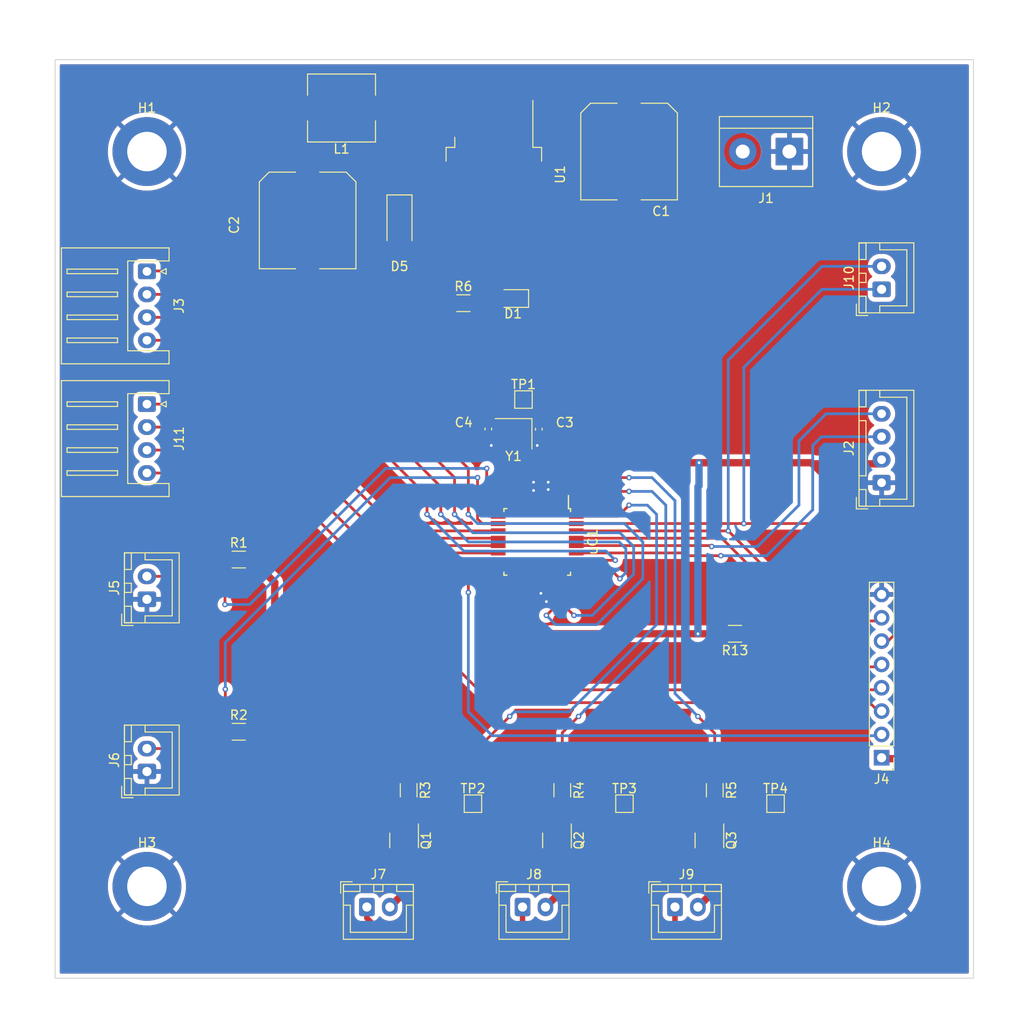
<source format=kicad_pcb>
(kicad_pcb (version 20211014) (generator pcbnew)
  (layers (0 "F.Cu" signal "Front") (1 "In1.Cu" signal) (2 "In2.Cu" signal) (31 "B.Cu" signal "Back") (34 "B.Paste" user) (35 "F.Paste" user) (36 "B.SilkS" user "B.Silkscreen") (37 "F.SilkS" user "F.Silkscreen") (38 "B.Mask" user) (39 "F.Mask" user) (44 "Edge.Cuts" user))
  (net 0 "")
  (net 1 "Net-(C3-Pad1)")
  (net 2 "GND")
  (net 3 "Net-(C4-Pad1)")
  (net 4 "Net-(D1-Pad2)")
  (net 5 "Net-(D5-Pad1)")
  (net 6 "+24V")
  (net 7 "+5V")
  (net 8 "SDA")
  (net 9 "SCL")
  (net 10 "MISO")
  (net 11 "MOSI")
  (net 12 "SCK")
  (net 13 "RST")
  (net 14 "UART TX")
  (net 15 "UART RX")
  (net 16 "Bouton1")
  (net 17 "Bouton2")
  (net 18 "Net-(J7-Pad2)")
  (net 19 "Net-(J8-Pad2)")
  (net 20 "Net-(J9-Pad2)")
  (net 21 "Net-(Q1-Pad2)")
  (net 22 "Net-(Q2-Pad2)")
  (net 23 "Net-(Q3-Pad2)")
  (net 24 "led1")
  (net 25 "led2")
  (net 26 "led3")
  (net 27 "CL0")
  (net 28 "CL1")
  (net 29 "CL2")
  (net 30 "CL3")
  (net 31 "CL4")
  (net 32 "CL5")
  (net 33 "CL6")
  (net 34 "CL7")
  (footprint "Package_TO_SOT_SMD:TO-263-5_TabPin3" (layer "F.Cu") (at 72.775 37.5 -90)
    (fp_text reference "U1" (at 0 -7.225 90) (layer "F.SilkS"))
    (fp_text value "LM2596S-5")
    (pad "1" smd rect (at -5.775 -3.4 270) (size 4.6 1.1) (layers "F.Cu" "F.Paste" "F.Mask") (net 6 "+24V"))
    (pad "2" smd rect (at -5.775 -1.7 270) (size 4.6 1.1) (layers "F.Cu" "F.Paste" "F.Mask") (net 5 "Net-(D5-Pad1)"))
    (pad "3" smd rect (at 3.375 0 270) (size 9.4 10.8) (layers "F.Cu" "F.Mask") (net 2 "GND"))
    (pad "3" smd rect (at -5.775 0 270) (size 4.6 1.1) (layers "F.Cu" "F.Paste" "F.Mask") (net 2 "GND"))
    (pad "4" smd rect (at -5.775 1.7 270) (size 4.6 1.1) (layers "F.Cu" "F.Paste" "F.Mask") (net 7 "+5V"))
    (pad "5" smd rect (at -5.775 3.4 270) (size 4.6 1.1) (layers "F.Cu" "F.Paste" "F.Mask") (net 2 "GND"))
  )
  (footprint "Connector_JST:JST_XH_B2B-XH-A_1x02_P2.50mm_Vertical" (layer "F.Cu") (at 35 83.75 90)
    (fp_text reference "J5" (at 1.25 -3.55 90) (layer "F.SilkS"))
    (fp_text value "Connecteur_bouton_1")
    (pad "1" thru_hole roundrect locked (at 0 0 90) (size 1.7 2) (drill 1) (layers *.Cu *.Mask) (roundrect_rratio 0.1470588235) (net 2 "GND"))
    (pad "2" thru_hole oval locked (at 2.5 0 90) (size 1.7 2) (drill 1) (layers *.Cu *.Mask) (net 16 "Bouton1"))
  )
  (footprint "Capacitor_SMD:C_Elec_10x10.2" (layer "F.Cu") (at 52.5 42.5 -90)
    (fp_text reference "C2" (at 0.5 8 90) (layer "F.SilkS"))
    (fp_text value "220uF")
    (pad "1" smd roundrect (at -4.4 0 270) (size 4.6 2.1) (layers "F.Cu" "F.Paste" "F.Mask") (roundrect_rratio 0.1190480952) (net 7 "+5V"))
    (pad "2" smd roundrect (at 4.4 0 270) (size 4.6 2.1) (layers "F.Cu" "F.Paste" "F.Mask") (roundrect_rratio 0.1190480952) (net 2 "GND"))
  )
  (footprint "Package_TO_SOT_SMD:SOT-23-3" (layer "F.Cu") (at 79.65 110 -90)
    (fp_text reference "Q2" (at 0 -2.4 90) (layer "F.SilkS"))
    (fp_text value "S8050")
    (pad "1" smd roundrect locked (at -1.1375 -0.95 270) (size 1.325 0.6) (layers "F.Cu" "F.Paste" "F.Mask") (net 2 "GND"))
    (pad "2" smd roundrect locked (at -1.1375 0.95 270) (size 1.325 0.6) (layers "F.Cu" "F.Paste" "F.Mask") (net 22 "Net-(Q2-Pad2)"))
    (pad "3" smd roundrect locked (at 1.1375 0 270) (size 1.325 0.6) (layers "F.Cu" "F.Paste" "F.Mask") (net 19 "Net-(J8-Pad2)"))
  )
  (footprint "Connector_JST:JST_XH_B2B-XH-A_1x02_P2.50mm_Vertical" (layer "F.Cu") (at 92.5 117.25)
    (fp_text reference "J9" (at 1.25 -3.55) (layer "F.SilkS"))
    (fp_text value "Connecteur_led_3")
    (pad "1" thru_hole roundrect (at 0 0) (size 1.7 2) (drill 1) (layers *.Cu *.Mask) (roundrect_rratio 0.1470588235) (net 6 "+24V"))
    (pad "2" thru_hole oval (at 2.5 0) (size 1.7 2) (drill 1) (layers *.Cu *.Mask) (net 20 "Net-(J9-Pad2)"))
  )
  (footprint "Capacitor_SMD:C_0402_1005Metric" (layer "F.Cu") (at 72.175 65.205 -90)
    (fp_text reference "C4" (at -0.705 2.675 180) (layer "F.SilkS"))
    (fp_text value "22p")
    (pad "1" smd roundrect (at -0.48 0 270) (size 0.56 0.62) (layers "F.Cu" "F.Paste" "F.Mask") (net 3 "Net-(C4-Pad1)"))
    (pad "2" smd roundrect (at 0.48 0 270) (size 0.56 0.62) (layers "F.Cu" "F.Paste" "F.Mask") (net 2 "GND"))
  )
  (footprint "Connector_JST:JST_XH_B4B-XH-A_1x04_P2.50mm_Vertical" (layer "F.Cu") (at 115 71.05 90)
    (fp_text reference "J2" (at 3.75 -3.55 90) (layer "F.SilkS"))
    (fp_text value "Connecteur_ecran")
    (pad "1" thru_hole roundrect (at 0 0 90) (size 1.7 1.95) (drill 0.95) (layers *.Cu *.Mask) (roundrect_rratio 0.1470588235) (net 2 "GND"))
    (pad "2" thru_hole oval (at 2.5 0 90) (size 1.7 1.95) (drill 0.95) (layers *.Cu *.Mask) (net 7 "+5V"))
    (pad "3" thru_hole oval (at 5 0 90) (size 1.7 1.95) (drill 0.95) (layers *.Cu *.Mask) (net 8 "SDA"))
    (pad "4" thru_hole oval (at 7.5 0 90) (size 1.7 1.95) (drill 0.95) (layers *.Cu *.Mask) (net 9 "SCL"))
  )
  (footprint "Connector_JST:JST_XH_S4B-XH-A_1x04_P2.50mm_Horizontal" (layer "F.Cu") (at 35 48.05 -90)
    (fp_text reference "J3" (at 3.75 -3.5 90) (layer "F.SilkS"))
    (fp_text value "Connecteur_clavier_1")
    (pad "1" thru_hole roundrect (at 0 0 270) (size 1.7 1.95) (drill 0.95) (layers *.Cu *.Mask) (roundrect_rratio 0.1470588235) (net 30 "CL3"))
    (pad "2" thru_hole oval (at 2.5 0 270) (size 1.7 1.95) (drill 0.95) (layers *.Cu *.Mask) (net 29 "CL2"))
    (pad "3" thru_hole oval (at 5 0 270) (size 1.7 1.95) (drill 0.95) (layers *.Cu *.Mask) (net 28 "CL1"))
    (pad "4" thru_hole oval (at 7.5 0 270) (size 1.7 1.95) (drill 0.95) (layers *.Cu *.Mask) (net 27 "CL0"))
  )
  (footprint "Resistor_SMD:R_1206_3216Metric" (layer "F.Cu") (at 45 98.17)
    (fp_text reference "R2" (at 0 -1.82) (layer "F.SilkS"))
    (fp_text value "10k")
    (pad "1" smd roundrect (at -1.4625 0) (size 1.125 1.75) (layers "F.Cu" "F.Paste" "F.Mask") (roundrect_rratio 0.2222222222) (net 17 "Bouton2"))
    (pad "2" smd roundrect (at 1.4625 0) (size 1.125 1.75) (layers "F.Cu" "F.Paste" "F.Mask") (roundrect_rratio 0.2222222222) (net 7 "+5V"))
  )
  (footprint "Diode_SMD:D_SOD-128" (layer "F.Cu") (at 62.5 42.8 -90)
    (fp_text reference "D5" (at 4.7 0 180) (layer "F.SilkS"))
    (fp_text value "Shottky 24 5V")
    (pad "1" smd rect (at -2.2 0 270) (size 1.4 2.1) (layers "F.Cu" "F.Paste" "F.Mask") (net 5 "Net-(D5-Pad1)"))
    (pad "2" smd rect (at 2.2 0 270) (size 1.4 2.1) (layers "F.Cu" "F.Paste" "F.Mask") (net 2 "GND"))
  )
  (footprint "Resistor_SMD:R_1206_3216Metric" (layer "F.Cu") (at 69.4625 51.51)
    (fp_text reference "R6" (at 0 -1.82) (layer "F.SilkS"))
    (fp_text value "1k")
    (pad "1" smd roundrect (at -1.4625 0) (size 1.125 1.75) (layers "F.Cu" "F.Paste" "F.Mask") (roundrect_rratio 0.2222222222) (net 7 "+5V"))
    (pad "2" smd roundrect (at 1.4625 0) (size 1.125 1.75) (layers "F.Cu" "F.Paste" "F.Mask") (roundrect_rratio 0.2222222222) (net 4 "Net-(D1-Pad2)"))
  )
  (footprint "Package_QFP:TQFP-32_7x7mm_P0.8mm" (layer "F.Cu") (at 77.5 77.5 -90)
    (fp_text reference "uC1" (at 0 -6.05 90) (layer "F.SilkS"))
    (fp_text value "ATmega328-A")
    (pad "1" smd rect (at -4.25 -2.8 270) (size 1.6 0.55) (layers "F.Cu" "F.Paste" "F.Mask") (net 25 "led2"))
    (pad "2" smd rect (at -4.25 -2 270) (size 1.6 0.55) (layers "F.Cu" "F.Paste" "F.Mask") (net 26 "led3"))
    (pad "3" smd rect (at -4.25 -1.2 270) (size 1.6 0.55) (layers "F.Cu" "F.Paste" "F.Mask") (net 2 "GND"))
    (pad "4" smd rect (at -4.25 -0.4 270) (size 1.6 0.55) (layers "F.Cu" "F.Paste" "F.Mask") (net 7 "+5V"))
    (pad "5" smd rect (at -4.25 0.4 270) (size 1.6 0.55) (layers "F.Cu" "F.Paste" "F.Mask") (net 2 "GND"))
    (pad "6" smd rect (at -4.25 1.2 270) (size 1.6 0.55) (layers "F.Cu" "F.Paste" "F.Mask") (net 7 "+5V"))
    (pad "7" smd rect (at -4.25 2 270) (size 1.6 0.55) (layers "F.Cu" "F.Paste" "F.Mask") (net 1 "Net-(C3-Pad1)"))
    (pad "8" smd rect (at -4.25 2.8 270) (size 1.6 0.55) (layers "F.Cu" "F.Paste" "F.Mask") (net 3 "Net-(C4-Pad1)"))
    (pad "9" smd rect (at -2.8 4.25) (size 1.6 0.55) (layers "F.Cu" "F.Paste" "F.Mask") (net 16 "Bouton1"))
    (pad "10" smd rect (at -2 4.25) (size 1.6 0.55) (layers "F.Cu" "F.Paste" "F.Mask") (net 17 "Bouton2"))
    (pad "11" smd rect (at -1.2 4.25) (size 1.6 0.55) (layers "F.Cu" "F.Paste" "F.Mask") (net 34 "CL7"))
    (pad "12" smd rect (at -0.4 4.25) (size 1.6 0.55) (layers "F.Cu" "F.Paste" "F.Mask") (net 33 "CL6"))
    (pad "13" smd rect (at 0.4 4.25) (size 1.6 0.55) (layers "F.Cu" "F.Paste" "F.Mask") (net 32 "CL5"))
    (pad "14" smd rect (at 1.2 4.25) (size 1.6 0.55) (layers "F.Cu" "F.Paste" "F.Mask") (net 31 "CL4"))
    (pad "15" smd rect (at 2 4.25) (size 1.6 0.55) (layers "F.Cu" "F.Paste" "F.Mask") (net 11 "MOSI"))
    (pad "16" smd rect (at 2.8 4.25) (size 1.6 0.55) (layers "F.Cu" "F.Paste" "F.Mask") (net 10 "MISO"))
    (pad "17" smd rect (at 4.25 2.8 270) (size 1.6 0.55) (layers "F.Cu" "F.Paste" "F.Mask") (net 12 "SCK"))
    (pad "18" smd rect (at 4.25 2 270) (size 1.6 0.55) (layers "F.Cu" "F.Paste" "F.Mask") (net 7 "+5V"))
    (pad "19" smd rect (at 4.25 1.2 270) (size 1.6 0.55) (layers "F.Cu" "F.Paste" "F.Mask"))
    (pad "20" smd rect (at 4.25 0.4 270) (size 1.6 0.55) (layers "F.Cu" "F.Paste" "F.Mask") (net 7 "+5V"))
    (pad "21" smd rect (at 4.25 -0.4 270) (size 1.6 0.55) (layers "F.Cu" "F.Paste" "F.Mask") (net 2 "GND"))
    (pad "22" smd rect (at 4.25 -1.2 270) (size 1.6 0.55) (layers "F.Cu" "F.Paste" "F.Mask"))
    (pad "23" smd rect (at 4.25 -2 270) (size 1.6 0.55) (layers "F.Cu" "F.Paste" "F.Mask") (net 30 "CL3"))
    (pad "24" smd rect (at 4.25 -2.8 270) (size 1.6 0.55) (layers "F.Cu" "F.Paste" "F.Mask") (net 29 "CL2"))
    (pad "25" smd rect (at 2.8 -4.25) (size 1.6 0.55) (layers "F.Cu" "F.Paste" "F.Mask") (net 28 "CL1"))
    (pad "26" smd rect (at 2 -4.25) (size 1.6 0.55) (layers "F.Cu" "F.Paste" "F.Mask") (net 27 "CL0"))
    (pad "27" smd rect (at 1.2 -4.25) (size 1.6 0.55) (layers "F.Cu" "F.Paste" "F.Mask") (net 8 "SDA"))
    (pad "28" smd rect (at 0.4 -4.25) (size 1.6 0.55) (layers "F.Cu" "F.Paste" "F.Mask") (net 9 "SCL"))
    (pad "29" smd rect (at -0.4 -4.25) (size 1.6 0.55) (layers "F.Cu" "F.Paste" "F.Mask") (net 13 "RST"))
    (pad "30" smd rect (at -1.2 -4.25) (size 1.6 0.55) (layers "F.Cu" "F.Paste" "F.Mask") (net 15 "UART RX"))
    (pad "31" smd rect (at -2 -4.25) (size 1.6 0.55) (layers "F.Cu" "F.Paste" "F.Mask") (net 14 "UART TX"))
    (pad "32" smd rect (at -2.8 -4.25) (size 1.6 0.55) (layers "F.Cu" "F.Paste" "F.Mask") (net 24 "led1"))
  )
  (footprint "Resistor_SMD:R_1206_3216Metric" (layer "F.Cu") (at 63.5 104.5375 -90)
    (fp_text reference "R3" (at 0 -1.82 90) (layer "F.SilkS"))
    (fp_text value "2k")
    (pad "1" smd roundrect (at -1.4625 0 270) (size 1.125 1.75) (layers "F.Cu" "F.Paste" "F.Mask") (roundrect_rratio 0.2222222222) (net 24 "led1"))
    (pad "2" smd roundrect (at 1.4625 0 270) (size 1.125 1.75) (layers "F.Cu" "F.Paste" "F.Mask") (roundrect_rratio 0.2222222222) (net 21 "Net-(Q1-Pad2)"))
  )
  (footprint "Inductor_SMD:L_7.3x7.3_H4.5" (layer "F.Cu") (at 56.19 30.26 180)
    (fp_text reference "L1" (at 0 -4.45) (layer "F.SilkS"))
    (fp_text value "33uH")
    (pad "1" smd rect (at -3.2 0 180) (size 1.5 2.2) (layers "F.Cu" "F.Paste" "F.Mask") (net 5 "Net-(D5-Pad1)"))
    (pad "2" smd rect (at 3.2 0 180) (size 1.5 2.2) (layers "F.Cu" "F.Paste" "F.Mask") (net 7 "+5V"))
  )
  (footprint "Resistor_SMD:R_1206_3216Metric" (layer "F.Cu") (at 96.83 104.5375 -90)
    (fp_text reference "R5" (at 0 -1.82 90) (layer "F.SilkS"))
    (fp_text value "2k")
    (pad "1" smd roundrect (at -1.4625 0 270) (size 1.125 1.75) (layers "F.Cu" "F.Paste" "F.Mask") (roundrect_rratio 0.2222222222) (net 26 "led3"))
    (pad "2" smd roundrect (at 1.4625 0 270) (size 1.125 1.75) (layers "F.Cu" "F.Paste" "F.Mask") (roundrect_rratio 0.2222222222) (net 23 "Net-(Q3-Pad2)"))
  )
  (footprint "Connector_JST:JST_XH_S4B-XH-A_1x04_P2.50mm_Horizontal" (layer "F.Cu") (at 35 62.5 -90)
    (fp_text reference "J11" (at 3.75 -3.5 90) (layer "F.SilkS"))
    (fp_text value "Connecteur_clavier_2")
    (pad "1" thru_hole roundrect (at 0 0 270) (size 1.7 1.95) (drill 0.95) (layers *.Cu *.Mask) (roundrect_rratio 0.1470588235) (net 34 "CL7"))
    (pad "2" thru_hole oval (at 2.5 0 270) (size 1.7 1.95) (drill 0.95) (layers *.Cu *.Mask) (net 33 "CL6"))
    (pad "3" thru_hole oval (at 5 0 270) (size 1.7 1.95) (drill 0.95) (layers *.Cu *.Mask) (net 32 "CL5"))
    (pad "4" thru_hole oval (at 7.5 0 270) (size 1.7 1.95) (drill 0.95) (layers *.Cu *.Mask) (net 31 "CL4"))
  )
  (footprint "TerminalBlock:TerminalBlock_bornier-2_P5.08mm" (layer "F.Cu") (at 104.96 35 180)
    (fp_text reference "J1" (at 2.54 -5.08 180) (layer "F.SilkS"))
    (fp_text value "Connecteur_Alim")
    (pad "1" thru_hole rect (at 0 0 180) (size 3 3) (drill 1.52) (layers *.Cu *.Mask) (net 2 "GND"))
    (pad "2" thru_hole circle (at 5.08 0 180) (size 3 3) (drill 1.52) (layers *.Cu *.Mask) (net 6 "+24V"))
  )
  (footprint "Capacitor_SMD:C_0402_1005Metric" (layer "F.Cu") (at 77.675 65.225 -90)
    (fp_text reference "C3" (at -0.725 -2.825 180) (layer "F.SilkS"))
    (fp_text value "22p")
    (pad "1" smd roundrect (at -0.48 0 270) (size 0.56 0.62) (layers "F.Cu" "F.Paste" "F.Mask") (net 1 "Net-(C3-Pad1)"))
    (pad "2" smd roundrect (at 0.48 0 270) (size 0.56 0.62) (layers "F.Cu" "F.Paste" "F.Mask") (net 2 "GND"))
  )
  (footprint "Connector_JST:JST_XH_B2B-XH-A_1x02_P2.50mm_Vertical" (layer "F.Cu") (at 75.9 117.25)
    (fp_text reference "J8" (at 1.25 -3.55) (layer "F.SilkS"))
    (fp_text value "Connecteur_led_2")
    (pad "1" thru_hole roundrect (at 0 0) (size 1.7 2) (drill 1) (layers *.Cu *.Mask) (roundrect_rratio 0.1470588235) (net 6 "+24V"))
    (pad "2" thru_hole oval (at 2.5 0) (size 1.7 2) (drill 1) (layers *.Cu *.Mask) (net 19 "Net-(J8-Pad2)"))
  )
  (footprint "TestPoint:TestPoint_Pad_1.5x1.5mm" (layer "F.Cu") (at 103.45 106)
    (fp_text reference "TP4" (at 0 -1.648) (layer "F.SilkS"))
    (fp_text value "TestPoint")
    (pad "1" smd rect (at 0 0) (size 1.5 1.5) (layers "F.Cu" "F.Mask") (net 23 "Net-(Q3-Pad2)"))
  )
  (footprint "MountingHole:MountingHole_4.3mm_M4_DIN965_Pad" (layer "F.Cu") (at 35 35)
    (fp_text reference "H1" (at 0 -4.75) (layer "F.SilkS"))
    (fp_text value "MountingHole_Pad" hide)
    (pad "1" thru_hole circle locked (at 0 0) (size 7.5 7.5) (drill 4.3) (layers *.Cu *.Mask) (net 2 "GND"))
  )
  (footprint "Resistor_SMD:R_1206_3216Metric" (layer "F.Cu") (at 80.23 104.5375 -90)
    (fp_text reference "R4" (at 0 -1.82 90) (layer "F.SilkS"))
    (fp_text value "2k")
    (pad "1" smd roundrect (at -1.4625 0 270) (size 1.125 1.75) (layers "F.Cu" "F.Paste" "F.Mask") (roundrect_rratio 0.2222222222) (net 25 "led2"))
    (pad "2" smd roundrect (at 1.4625 0 270) (size 1.125 1.75) (layers "F.Cu" "F.Paste" "F.Mask") (roundrect_rratio 0.2222222222) (net 22 "Net-(Q2-Pad2)"))
  )
  (footprint "Capacitor_SMD:C_Elec_10x10.2" (layer "F.Cu") (at 87.5 35 -90)
    (fp_text reference "C1" (at 6.5 -3.5 180) (layer "F.SilkS"))
    (fp_text value "680uF")
    (pad "1" smd roundrect (at -4.4 0 270) (size 4.6 2.1) (layers "F.Cu" "F.Paste" "F.Mask") (roundrect_rratio 0.1190480952) (net 6 "+24V"))
    (pad "2" smd roundrect (at 4.4 0 270) (size 4.6 2.1) (layers "F.Cu" "F.Paste" "F.Mask") (roundrect_rratio 0.1190480952) (net 2 "GND"))
  )
  (footprint "Connector_JST:JST_XH_B2B-XH-A_1x02_P2.50mm_Vertical" (layer "F.Cu") (at 115 50 90)
    (fp_text reference "J10" (at 1.25 -3.55 90) (layer "F.SilkS"))
    (fp_text value "Connecteur_communication")
    (pad "1" thru_hole roundrect (at 0 0 90) (size 1.7 2) (drill 1) (layers *.Cu *.Mask) (roundrect_rratio 0.1470588235) (net 14 "UART TX"))
    (pad "2" thru_hole oval (at 2.5 0 90) (size 1.7 2) (drill 1) (layers *.Cu *.Mask) (net 15 "UART RX"))
  )
  (footprint "Connector_JST:JST_XH_B2B-XH-A_1x02_P2.50mm_Vertical" (layer "F.Cu") (at 58.95 117.25)
    (fp_text reference "J7" (at 1.25 -3.55) (layer "F.SilkS"))
    (fp_text value "Connecteur_led_1")
    (pad "1" thru_hole roundrect (at 0 0) (size 1.7 2) (drill 1) (layers *.Cu *.Mask) (roundrect_rratio 0.1470588235) (net 6 "+24V"))
    (pad "2" thru_hole oval (at 2.5 0) (size 1.7 2) (drill 1) (layers *.Cu *.Mask) (net 18 "Net-(J7-Pad2)"))
  )
  (footprint "TestPoint:TestPoint_Pad_1.5x1.5mm" (layer "F.Cu") (at 70.5 106)
    (fp_text reference "TP2" (at 0 -1.648) (layer "F.SilkS"))
    (fp_text value "TestPoint")
    (pad "1" smd rect (at 0 0) (size 1.5 1.5) (layers "F.Cu" "F.Mask") (net 21 "Net-(Q1-Pad2)"))
  )
  (footprint "LED_SMD:LED_0805_2012Metric" (layer "F.Cu") (at 74.875 51 180)
    (fp_text reference "D1" (at 0 -1.65) (layer "F.SilkS"))
    (fp_text value "LED")
    (pad "1" smd roundrect (at -0.9375 0 180) (size 0.975 1.4) (layers "F.Cu" "F.Paste" "F.Mask") (net 2 "GND"))
    (pad "2" smd roundrect (at 0.9375 0 180) (size 0.975 1.4) (layers "F.Cu" "F.Paste" "F.Mask") (net 4 "Net-(D1-Pad2)"))
  )
  (footprint "MountingHole:MountingHole_4.3mm_M4_DIN965_Pad" (layer "F.Cu") (at 115 115)
    (fp_text reference locked "H4" (at 0 -4.75) (layer "F.SilkS"))
    (fp_text value "MountingHole_Pad" hide)
    (pad "1" thru_hole circle locked (at 0 0) (size 7.5 7.5) (drill 4.3) (layers *.Cu *.Mask) (net 2 "GND"))
  )
  (footprint "Connector_JST:JST_XH_B2B-XH-A_1x02_P2.50mm_Vertical" (layer "F.Cu") (at 35 102.5 90)
    (fp_text reference "J6" (at 1.25 -3.55 90) (layer "F.SilkS"))
    (fp_text value "Connecteur_bouton_2")
    (pad "1" thru_hole roundrect locked (at 0 0 90) (size 1.7 2) (drill 1) (layers *.Cu *.Mask) (roundrect_rratio 0.1470588235) (net 2 "GND"))
    (pad "2" thru_hole oval locked (at 2.5 0 90) (size 1.7 2) (drill 1) (layers *.Cu *.Mask) (net 17 "Bouton2"))
  )
  (footprint "Connector_PinHeader_2.54mm:PinHeader_1x08_P2.54mm_Vertical" (layer "F.Cu") (at 115 101 180)
    (fp_text reference "J4" (at 0 -2.33) (layer "F.SilkS"))
    (fp_text value "Connecteur_Prog")
    (pad "1" thru_hole rect (at 0 0 180) (size 1.7 1.7) (drill 1) (layers *.Cu *.Mask) (net 7 "+5V"))
    (pad "2" thru_hole oval (at 0 2.54 180) (size 1.7 1.7) (drill 1) (layers *.Cu *.Mask) (net 10 "MISO"))
    (pad "3" thru_hole oval (at 0 5.08 180) (size 1.7 1.7) (drill 1) (layers *.Cu *.Mask) (net 11 "MOSI"))
    (pad "4" thru_hole oval (at 0 7.62 180) (size 1.7 1.7) (drill 1) (layers *.Cu *.Mask) (net 12 "SCK"))
    (pad "5" thru_hole oval (at 0 10.16 180) (size 1.7 1.7) (drill 1) (layers *.Cu *.Mask) (net 13 "RST"))
    (pad "6" thru_hole oval (at 0 12.7 180) (size 1.7 1.7) (drill 1) (layers *.Cu *.Mask) (net 14 "UART TX"))
    (pad "7" thru_hole oval (at 0 15.24 180) (size 1.7 1.7) (drill 1) (layers *.Cu *.Mask) (net 15 "UART RX"))
    (pad "8" thru_hole oval (at 0 17.78 180) (size 1.7 1.7) (drill 1) (layers *.Cu *.Mask) (net 2 "GND"))
  )
  (footprint "Resistor_SMD:R_1206_3216Metric" (layer "F.Cu") (at 99.0375 87.5 180)
    (fp_text reference "R13" (at 0 -1.82) (layer "F.SilkS"))
    (fp_text value "100k")
    (pad "1" smd roundrect (at -1.4625 0 180) (size 1.125 1.75) (layers "F.Cu" "F.Paste" "F.Mask") (roundrect_rratio 0.2222222222) (net 13 "RST"))
    (pad "2" smd roundrect (at 1.4625 0 180) (size 1.125 1.75) (layers "F.Cu" "F.Paste" "F.Mask") (roundrect_rratio 0.2222222222) (net 7 "+5V"))
  )
  (footprint "MountingHole:MountingHole_4.3mm_M4_DIN965_Pad" (layer "F.Cu") (at 35 115)
    (fp_text reference "H3" (at 0 -4.75) (layer "F.SilkS"))
    (fp_text value "MountingHole_Pad" hide)
    (pad "1" thru_hole circle locked (at 0 0) (size 7.5 7.5) (drill 4.3) (layers *.Cu *.Mask) (net 2 "GND"))
  )
  (footprint "Crystal:Crystal_SMD_3225-4Pin_3.2x2.5mm" (layer "F.Cu") (at 74.925 65.725 180)
    (fp_text reference "Y1" (at 0 -2.45) (layer "F.SilkS"))
    (fp_text value "16MHz")
    (pad "1" smd rect (at -1.1 0.85 180) (size 1.4 1.2) (layers "F.Cu" "F.Paste" "F.Mask") (net 1 "Net-(C3-Pad1)"))
    (pad "2" smd rect (at 1.1 0.85 180) (size 1.4 1.2) (layers "F.Cu" "F.Paste" "F.Mask") (net 3 "Net-(C4-Pad1)"))
    (pad "3" smd rect (at 1.1 -0.85 180) (size 1.4 1.2) (layers "F.Cu" "F.Paste" "F.Mask"))
    (pad "4" smd rect (at -1.1 -0.85 180) (size 1.4 1.2) (layers "F.Cu" "F.Paste" "F.Mask"))
  )
  (footprint "Package_TO_SOT_SMD:SOT-23-3" (layer "F.Cu") (at 63 110 -90)
    (fp_text reference "Q1" (at 0 -2.4 90) (layer "F.SilkS"))
    (fp_text value "S8050")
    (pad "1" smd roundrect locked (at -1.1375 -0.95 270) (size 1.325 0.6) (layers "F.Cu" "F.Paste" "F.Mask") (net 2 "GND"))
    (pad "2" smd roundrect locked (at -1.1375 0.95 270) (size 1.325 0.6) (layers "F.Cu" "F.Paste" "F.Mask") (net 21 "Net-(Q1-Pad2)"))
    (pad "3" smd roundrect locked (at 1.1375 0 270) (size 1.325 0.6) (layers "F.Cu" "F.Paste" "F.Mask") (net 18 "Net-(J7-Pad2)"))
  )
  (footprint "MountingHole:MountingHole_4.3mm_M4_DIN965_Pad" (layer "F.Cu") (at 115 35)
    (fp_text reference "H2" (at 0 -4.75) (layer "F.SilkS"))
    (fp_text value "MountingHole_Pad" hide)
    (pad "1" thru_hole circle locked (at 0 0) (size 7.5 7.5) (drill 4.3) (layers *.Cu *.Mask) (net 2 "GND"))
  )
  (footprint "Resistor_SMD:R_1206_3216Metric" (layer "F.Cu") (at 45 79.42)
    (fp_text reference "R1" (at 0 -1.82) (layer "F.SilkS"))
    (fp_text value "10k")
    (pad "1" smd roundrect (at -1.4625 0) (size 1.125 1.75) (layers "F.Cu" "F.Paste" "F.Mask") (roundrect_rratio 0.2222222222) (net 16 "Bouton1"))
    (pad "2" smd roundrect (at 1.4625 0) (size 1.125 1.75) (layers "F.Cu" "F.Paste" "F.Mask") (roundrect_rratio 0.2222222222) (net 7 "+5V"))
  )
  (footprint "Package_TO_SOT_SMD:SOT-23-3" (layer "F.Cu") (at 96.25 110 -90)
    (fp_text reference "Q3" (at 0 -2.4 90) (layer "F.SilkS"))
    (fp_text value "S8050")
    (pad "1" smd roundrect locked (at -1.1375 -0.95 270) (size 1.325 0.6) (layers "F.Cu" "F.Paste" "F.Mask") (net 2 "GND"))
    (pad "2" smd roundrect locked (at -1.1375 0.95 270) (size 1.325 0.6) (layers "F.Cu" "F.Paste" "F.Mask") (net 23 "Net-(Q3-Pad2)"))
    (pad "3" smd roundrect locked (at 1.1375 0 270) (size 1.325 0.6) (layers "F.Cu" "F.Paste" "F.Mask") (net 20 "Net-(J9-Pad2)"))
  )
  (footprint "TestPoint:TestPoint_Pad_1.5x1.5mm" (layer "F.Cu") (at 76 62)
    (fp_text reference "TP1" (at 0 -1.648) (layer "F.SilkS"))
    (fp_text value "TestPoint")
    (pad "1" smd rect (at 0 0) (size 1.5 1.5) (layers "F.Cu" "F.Mask") (net 1 "Net-(C3-Pad1)"))
  )
  (footprint "TestPoint:TestPoint_Pad_1.5x1.5mm" (layer "F.Cu") (at 87 106)
    (fp_text reference "TP3" (at 0 -1.648) (layer "F.SilkS"))
    (fp_text value "TestPoint")
    (pad "1" smd rect (at 0 0) (size 1.5 1.5) (layers "F.Cu" "F.Mask") (net 22 "Net-(Q2-Pad2)"))
  )
  (gr_rect locked (start 25 25) (end 125 125) (layer "Edge.Cuts") (width 0.1) (fill none))
  (segment (start 77.675 64.745) (end 78.745 64.745) (width 0.3) (layer "F.Cu") (net 1))
  (segment (start 76.25 68.5) (end 75.5 69.25) (width 0.3) (layer "F.Cu") (net 1))
  (segment (start 77 68.5) (end 76.25 68.5) (width 0.3) (layer "F.Cu") (net 1))
  (segment (start 78.745 64.745) (end 79 65) (width 0.3) (layer "F.Cu") (net 1))
  (segment (start 75.5 69.25) (end 75.5 73.25) (width 0.3) (layer "F.Cu") (net 1))
  (segment (start 77.675 64.745) (end 76.205 64.745) (width 0.3) (layer "F.Cu") (net 1))
  (segment (start 79 66.5) (end 77 68.5) (width 0.3) (layer "F.Cu") (net 1))
  (segment (start 76.205 64.745) (end 76 64.95) (width 0.3) (layer "F.Cu") (net 1))
  (segment (start 79 65) (end 79 66.5) (width 0.3) (layer "F.Cu") (net 1))
  (segment (start 76 62) (end 76 64.95) (width 0.3) (layer "F.Cu") (net 1))
  (segment (start 78.7 73.25) (end 78.7 71.8) (width 0.6) (layer "F.Cu") (net 2))
  (segment (start 77.1 73.25) (end 77.1 71.9) (width 0.6) (layer "F.Cu") (net 2))
  (segment (start 77.9 83.4) (end 78.5 84) (width 0.6) (layer "F.Cu") (net 2))
  (segment (start 77.9 83.1) (end 77.9 83.4) (width 0.6) (layer "F.Cu") (net 2))
  (segment (start 78.7 71.8) (end 78.7 71) (width 0.6) (layer "F.Cu") (net 2))
  (segment (start 77.1 71.9) (end 77.1 71) (width 0.6) (layer "F.Cu") (net 2))
  (segment (start 77.9 81.75) (end 77.9 83.1) (width 0.6) (layer "F.Cu") (net 2))
  (via (at 77.9 83.1) (size 0.6) (drill 0.3) (layers "F.Cu" "B.Cu") (net 2))
  (via (at 78.5 84) (size 0.6) (drill 0.3) (layers "F.Cu" "B.Cu") (net 2))
  (via (at 77.1 71.9) (size 0.6) (drill 0.3) (layers "F.Cu" "B.Cu") (net 2))
  (via (at 77.1 71) (size 0.6) (drill 0.3) (layers "F.Cu" "B.Cu") (net 2))
  (via (at 78.7 71) (size 0.6) (drill 0.3) (layers "F.Cu" "B.Cu") (net 2))
  (via (at 78.7 71.8) (size 0.6) (drill 0.3) (layers "F.Cu" "B.Cu") (net 2))
  (via (at 72.5 67) (size 0.6) (drill 0.3) (layers "F.Cu" "B.Cu") (net 2))
  (via (at 77.5 67) (size 0.6) (drill 0.3) (layers "F.Cu" "B.Cu") (net 2))
  (segment (start 73.625 64.725) (end 73.85 64.95) (width 0.3) (layer "F.Cu") (net 3))
  (segment (start 73 68.5) (end 74 68.5) (width 0.3) (layer "F.Cu") (net 3))
  (segment (start 71.275 64.725) (end 71 65) (width 0.3) (layer "F.Cu") (net 3))
  (segment (start 74.7 69.2) (end 74.7 73.25) (width 0.3) (layer "F.Cu") (net 3))
  (segment (start 72.175 64.725) (end 71.275 64.725) (width 0.3) (layer "F.Cu") (net 3))
  (segment (start 71 66.5) (end 73 68.5) (width 0.3) (layer "F.Cu") (net 3))
  (segment (start 74 68.5) (end 74.7 69.2) (width 0.3) (layer "F.Cu") (net 3))
  (segment (start 72.175 64.725) (end 73.625 64.725) (width 0.3) (layer "F.Cu") (net 3))
  (segment (start 71 65) (end 71 66.5) (width 0.3) (layer "F.Cu") (net 3))
  (segment (start 70.925 51.51) (end 71.435 51) (width 0.3) (layer "F.Cu") (net 4))
  (segment (start 71.435 51) (end 73.9375 51) (width 0.3) (layer "F.Cu") (net 4))
  (segment (start 62.15 27.5) (end 59.39 30.26) (width 0.8) (layer "F.Cu") (net 5))
  (segment (start 74.475 28.625) (end 73.35 27.5) (width 0.8) (layer "F.Cu") (net 5))
  (segment (start 59.39 34.77) (end 62.5 37.88) (width 0.8) (layer "F.Cu") (net 5))
  (segment (start 62.5 37.88) (end 62.5 40.6) (width 0.8) (layer "F.Cu") (net 5))
  (segment (start 74.475 31.725) (end 74.475 28.625) (width 0.8) (layer "F.Cu") (net 5))
  (segment (start 73.35 27.5) (end 62.15 27.5) (width 0.8) (layer "F.Cu") (net 5))
  (segment (start 59.39 30.26) (end 59.39 34.77) (width 0.8) (layer "F.Cu") (net 5))
  (segment (start 91.9 35) (end 87.5 30.6) (width 4) (layer "F.Cu") (net 6))
  (segment (start 58.95 118.45) (end 61 120.5) (width 0.6) (layer "F.Cu") (net 6))
  (segment (start 75.9 117.25) (end 75.9 120.4) (width 0.6) (layer "F.Cu") (net 6))
  (segment (start 99.88 35) (end 91.9 35) (width 4) (layer "F.Cu") (net 6))
  (segment (start 99.88 29.62) (end 99.88 35) (width 0.6) (layer "F.Cu") (net 6))
  (segment (start 92.5 117.25) (end 92.5 120.5) (width 0.6) (layer "F.Cu") (net 6))
  (segment (start 58.95 117.25) (end 58.95 118.45) (width 0.6) (layer "F.Cu") (net 6))
  (segment (start 118.5 27.5) (end 102 27.5) (width 0.6) (layer "F.Cu") (net 6))
  (segment (start 121.5 30.5) (end 118.5 27.5) (width 0.6) (layer "F.Cu") (net 6))
  (segment (start 75.9 120.4) (end 76 120.5) (width 0.6) (layer "F.Cu") (net 6))
  (segment (start 92.5 120.5) (end 119 120.5) (width 0.6) (layer "F.Cu") (net 6))
  (segment (start 77.3 30.6) (end 77.225 30.675) (width 4) (layer "F.Cu") (net 6))
  (segment (start 77.225 30.675) (end 77.225 31.725) (width 4) (layer "F.Cu") (net 6))
  (segment (start 102 27.5) (end 99.88 29.62) (width 0.6) (layer "F.Cu") (net 6))
  (segment (start 119 120.5) (end 121.5 118) (width 0.6) (layer "F.Cu") (net 6))
  (segment (start 61 120.5) (end 76 120.5) (width 0.6) (layer "F.Cu") (net 6))
  (segment (start 121.5 118) (end 121.5 30.5) (width 0.6) (layer "F.Cu") (net 6))
  (segment (start 76 120.5) (end 92.5 120.5) (width 0.6) (layer "F.Cu") (net 6))
  (segment (start 87.5 30.6) (end 77.3 30.6) (width 4) (layer "F.Cu") (net 6))
  (segment (start 114.55 69) (end 107.5 69) (width 0.8) (layer "F.Cu") (net 7))
  (segment (start 86.38 68.88) (end 86.88 68.88) (width 0.8) (layer "F.Cu") (net 7))
  (segment (start 43.5 75) (end 46.4625 77.9625) (width 0.8) (layer "F.Cu") (net 7))
  (segment (start 46.4625 79.42) (end 46.4625 79.4625) (width 0.8) (layer "F.Cu") (net 7))
  (segment (start 77.9 70.1) (end 78 70) (width 0.6) (layer "F.Cu") (net 7))
  (segment (start 68.225 28.825) (end 70.525 28.825) (width 0.8) (layer "F.Cu") (net 7))
  (segment (start 77.1 82.9) (end 76 84) (width 0.6) (layer "F.Cu") (net 7))
  (segment (start 66 49.51) (end 68 51.51) (width 0.8) (layer "F.Cu") (net 7))
  (segment (start 76.3 73.25) (end 76.3 70.2) (width 0.6) (layer "F.Cu") (net 7))
  (segment (start 84.5 60) (end 84.5 67) (width 0.8) (layer "F.Cu") (net 7))
  (segment (start 82.62 68.88) (end 79.12 68.88) (width 0.8) (layer "F.Cu") (net 7))
  (segment (start 68 51.51) (end 68 54.5) (width 0.8) (layer "F.Cu") (net 7))
  (segment (start 46.4625 79.4625) (end 48.92 81.92) (width 0.8) (layer "F.Cu") (net 7))
  (segment (start 119.5 81) (end 112 73.5) (width 0.8) (layer "F.Cu") (net 7))
  (segment (start 86.88 68.88) (end 82.62 68.88) (width 0.8) (layer "F.Cu") (net 7))
  (segment (start 70.525 28.825) (end 71.075 29.375) (width 0.8) (layer "F.Cu") (net 7))
  (segment (start 95.12 68.88) (end 86.88 68.88) (width 0.8) (layer "F.Cu") (net 7))
  (segment (start 52.5 41) (end 61 49.5) (width 0.8) (layer "F.Cu") (net 7))
  (segment (start 107.38 68.88) (end 95.12 68.88) (width 0.8) (layer "F.Cu") (net 7))
  (segment (start 29 73) (end 31 75) (width 0.8) (layer "F.Cu") (net 7))
  (segment (start 52.99 30.26) (end 52.99 37.61) (width 0.8) (layer "F.Cu") (net 7))
  (segment (start 112 73.5) (end 107.38 68.88) (width 0.8) (layer "F.Cu") (net 7))
  (segment (start 107.5 69) (end 107.38 68.88) (width 0.8) (layer "F.Cu") (net 7))
  (segment (start 75.5 81.75) (end 75.5 83.5) (width 0.6) (layer "F.Cu") (net 7))
  (segment (start 115 68.55) (end 114.55 69) (width 0.8) (layer "F.Cu") (net 7))
  (segment (start 76.3 70.2) (end 76.5 70) (width 0.6) (layer "F.Cu") (net 7))
  (segment (start 76 84) (end 76 86.5) (width 0.8) (layer "F.Cu") (net 7))
  (segment (start 77.1 81.75) (end 77.1 82.9) (width 0.6) (layer "F.Cu") (net 7))
  (segment (start 77.9 73.25) (end 77.9 70.1) (width 0.6) (layer "F.Cu") (net 7))
  (segment (start 68 54.5) (end 70.5 57) (width 0.8) (layer "F.Cu") (net 7))
  (segment (start 46.4625 77.9625) (end 46.4625 79.42) (width 0.8) (layer "F.Cu") (net 7))
  (segment (start 52.5 38.1) (end 41.4 38.1) (width 0.8) (layer "F.Cu") (net 7))
  (segment (start 95 87.5) (end 97.575 87.5) (width 0.8) (layer "F.Cu") (net 7))
  (segment (start 114.8 101.1) (end 117.4 101.1) (width 0.8) (layer "F.Cu") (net 7))
  (segment (start 81.5 57) (end 84.5 60) (width 0.8) (layer "F.Cu") (net 7))
  (segment (start 66 42.5) (end 66 31.05) (width 0.8) (layer "F.Cu") (net 7))
  (segment (start 66 42.5) (end 66 49.51) (width 0.8) (layer "F.Cu") (net 7))
  (segment (start 117.4 101.1) (end 119.5 99) (width 0.8) (layer "F.Cu") (net 7))
  (segment (start 84.5 67) (end 86.38 68.88) (width 0.8) (layer "F.Cu") (net 7))
  (segment (start 75.5 83.5) (end 76 84) (width 0.6) (layer "F.Cu") (net 7))
  (segment (start 29 43.5) (end 29 73) (width 0.8) (layer "F.Cu") (net 7))
  (segment (start 37.5 42) (end 30.5 42) (width 0.8) (layer "F.Cu") (net 7))
  (segment (start 78 70) (end 76.5 70) (width 0.8) (layer "F.Cu") (net 7))
  (segment (start 31 75) (end 43.5 75) (width 0.8) (layer "F.Cu") (net 7))
  (segment (start 66 31.05) (end 68.225 28.825) (width 0.8) (layer "F.Cu") (net 7))
  (segment (start 66 49.5) (end 66 42.5) (width 0.8) (layer "F.Cu") (net 7))
  (segment (start 119.5 99) (end 119.5 81) (width 0.8) (layer "F.Cu") (net 7))
  (segment (start 52.99 37.61) (end 52.5 38.1) (width 0.8) (layer "F.Cu") (net 7))
  (segment (start 48.92 95.7125) (end 48.92 81.92) (width 0.8) (layer "F.Cu") (net 7))
  (segment (start 52.5 38.1) (end 52.5 41) (width 0.8) (layer "F.Cu") (net 7))
  (segment (start 76 86.5) (end 77 87.5) (width 0.8) (layer "F.Cu") (net 7))
  (segment (start 46.4625 98.17) (end 48.92 95.7125) (width 0.8) (layer "F.Cu") (net 7))
  (segment (start 77 87.5) (end 95 87.5) (width 0.8) (layer "F.Cu") (net 7))
  (segment (start 30.5 42) (end 29 43.5) (width 0.8) (layer "F.Cu") (net 7))
  (segment (start 41.4 38.1) (end 37.5 42) (width 0.8) (layer "F.Cu") (net 7))
  (segment (start 71.075 29.375) (end 71.075 31.725) (width 0.8) (layer "F.Cu") (net 7))
  (segment (start 79.12 68.88) (end 78 70) (width 0.8) (layer "F.Cu") (net 7))
  (segment (start 70.5 57) (end 81.5 57) (width 0.8) (layer "F.Cu") (net 7))
  (segment (start 61 49.5) (end 66 49.5) (width 0.8) (layer "F.Cu") (net 7))
  (via (at 95.12 68.88) (size 0.6) (drill 0.3) (layers "F.Cu" "B.Cu") (net 7))
  (via (at 95 87.5) (size 0.6) (drill 0.3) (layers "F.Cu" "B.Cu") (net 7))
  (segment (start 95 71.5) (end 95 87.5) (width 0.8) (layer "B.Cu") (net 7))
  (segment (start 95.12 68.88) (end 95.12 71.38) (width 0.8) (layer "B.Cu") (net 7))
  (segment (start 95.12 71.38) (end 95 71.5) (width 0.8) (layer "B.Cu") (net 7))
  (segment (start 97.5 79) (end 94 79) (width 0.3) (layer "F.Cu") (net 8))
  (segment (start 94 79) (end 93.7 78.7) (width 0.3) (layer "F.Cu") (net 8))
  (segment (start 93.7 78.7) (end 81.75 78.7) (width 0.3) (layer "F.Cu") (net 8))
  (via (at 97.5 79) (size 0.6) (drill 0.3) (layers "F.Cu" "B.Cu") (net 8))
  (segment (start 108.45 66.05) (end 115 66.05) (width 0.3) (layer "B.Cu") (net 8))
  (segment (start 107.5 74) (end 107.5 67) (width 0.3) (layer "B.Cu") (net 8))
  (segment (start 97.5 79) (end 102.5 79) (width 0.3) (layer "B.Cu") (net 8))
  (segment (start 102.5 79) (end 107.5 74) (width 0.3) (layer "B.Cu") (net 8))
  (segment (start 107.5 67) (end 108.45 66.05) (width 0.3) (layer "B.Cu") (net 8))
  (segment (start 96.4 77.9) (end 81.75 77.9) (width 0.3) (layer "F.Cu") (net 9))
  (segment (start 96.5 78) (end 96.4 77.9) (width 0.3) (layer "F.Cu") (net 9))
  (via (at 96.5 78) (size 0.6) (drill 0.3) (layers "F.Cu" "B.Cu") (net 9))
  (segment (start 96.5 78) (end 101.5 78) (width 0.3) (layer "B.Cu") (net 9))
  (segment (start 106 66.5) (end 108.95 63.55) (width 0.3) (layer "B.Cu") (net 9))
  (segment (start 101.5 78) (end 106 73.5) (width 0.3) (layer "B.Cu") (net 9))
  (segment (start 106 73.5) (end 106 66.5) (width 0.3) (layer "B.Cu") (net 9))
  (segment (start 108.95 63.55) (end 115 63.55) (width 0.3) (layer "B.Cu") (net 9))
  (segment (start 71 80.5) (end 70 81.5) (width 0.3) (layer "F.Cu") (net 10))
  (segment (start 70 81.5) (end 70 83) (width 0.3) (layer "F.Cu") (net 10))
  (segment (start 71.2 80.3) (end 71 80.5) (width 0.3) (layer "F.Cu") (net 10))
  (segment (start 73.25 80.3) (end 71.2 80.3) (width 0.3) (layer "F.Cu") (net 10))
  (via (at 70 83) (size 0.6) (drill 0.3) (layers "F.Cu" "B.Cu") (net 10))
  (segment (start 70 96) (end 72.6 98.6) (width 0.3) (layer "B.Cu") (net 10))
  (segment (start 72.6 98.6) (end 114.8 98.6) (width 0.3) (layer "B.Cu") (net 10))
  (segment (start 70 83) (end 70 96) (width 0.3) (layer "B.Cu") (net 10))
  (segment (start 68.5 81) (end 70 79.5) (width 0.3) (layer "F.Cu") (net 11))
  (segment (start 114.8 96.1) (end 113.7 95) (width 0.3) (layer "F.Cu") (net 11))
  (segment (start 113.7 95) (end 72.5 95) (width 0.3) (layer "F.Cu") (net 11))
  (segment (start 72.5 95) (end 68.5 91) (width 0.3) (layer "F.Cu") (net 11))
  (segment (start 70 79.5) (end 73.25 79.5) (width 0.3) (layer "F.Cu") (net 11))
  (segment (start 68.5 91) (end 68.5 81) (width 0.3) (layer "F.Cu") (net 11))
  (segment (start 114.8 93.6) (end 79.6 93.6) (width 0.3) (layer "F.Cu") (net 12))
  (segment (start 74.7 88.7) (end 74.7 81.75) (width 0.3) (layer "F.Cu") (net 12))
  (segment (start 79.6 93.6) (end 74.7 88.7) (width 0.3) (layer "F.Cu") (net 12))
  (segment (start 93.1 77.1) (end 81.75 77.1) (width 0.3) (layer "F.Cu") (net 13))
  (segment (start 111.6 91.1) (end 108 87.5) (width 0.3) (layer "F.Cu") (net 13))
  (segment (start 93.4 77.1) (end 93.1 77.1) (width 0.3) (layer "F.Cu") (net 13))
  (segment (start 108 87.5) (end 97.6 77.1) (width 0.3) (layer "F.Cu") (net 13))
  (segment (start 114.8 91.1) (end 111.6 91.1) (width 0.3) (layer "F.Cu") (net 13))
  (segment (start 97.6 77.1) (end 93.6 77.1) (width 0.3) (layer "F.Cu") (net 13))
  (segment (start 93.6 77.1) (end 93.4 77.1) (width 0.3) (layer "F.Cu") (net 13))
  (segment (start 100.5 87.5) (end 108 87.5) (width 0.3) (layer "F.Cu") (net 13))
  (segment (start 115.4 88.6) (end 114.8 88.6) (width 0.3) (layer "F.Cu") (net 14))
  (segment (start 100 75.5) (end 81.75 75.5) (width 0.3) (layer "F.Cu") (net 14))
  (segment (start 117.5 86.5) (end 115.4 88.6) (width 0.3) (layer "F.Cu") (net 14))
  (segment (start 117.5 81) (end 117.5 86.5) (width 0.3) (layer "F.Cu") (net 14))
  (segment (start 100 75.5) (end 112 75.5) (width 0.3) (layer "F.Cu") (net 14))
  (segment (start 112 75.5) (end 117.5 81) (width 0.3) (layer "F.Cu") (net 14))
  (via (at 100 75.5) (size 0.6) (drill 0.3) (layers "F.Cu" "B.Cu") (net 14))
  (segment (start 100 58.5) (end 100 75.5) (width 0.3) (layer "B.Cu") (net 14))
  (segment (start 115 50) (end 108.5 50) (width 0.3) (layer "B.Cu") (net 14))
  (segment (start 108.5 50) (end 100 58.5) (width 0.3) (layer "B.Cu") (net 14))
  (segment (start 114.8 86.1) (end 108.1 86.1) (width 0.3) (layer "F.Cu") (net 15))
  (segment (start 98.3 76.3) (end 81.75 76.3) (width 0.3) (layer "F.Cu") (net 15))
  (segment (start 108.1 86.1) (end 98.3 76.3) (width 0.3) (layer "F.Cu") (net 15))
  (via (at 98.3 76.3) (size 0.6) (drill 0.3) (layers "F.Cu" "B.Cu") (net 15))
  (segment (start 108.5 47.5) (end 98.3 57.7) (width 0.3) (layer "B.Cu") (net 15))
  (segment (start 98.3 57.7) (end 98.3 76.3) (width 0.3) (layer "B.Cu") (net 15))
  (segment (start 115 47.5) (end 108.5 47.5) (width 0.3) (layer "B.Cu") (net 15))
  (segment (start 43.5375 79.42) (end 41.7075 81.25) (width 0.3) (layer "F.Cu") (net 16))
  (segment (start 72 74.5) (end 72.2 74.7) (width 0.3) (layer "F.Cu") (net 16))
  (segment (start 43.5 84.31625) (end 43.5 79.68375) (width 0.3) (layer "F.Cu") (net 16))
  (segment (start 41.7075 81.25) (end 35 81.25) (width 0.3) (layer "F.Cu") (net 16))
  (segment (start 72 69.5) (end 72 74.5) (width 0.3) (layer "F.Cu") (net 16))
  (segment (start 72.2 74.7) (end 73.25 74.7) (width 0.3) (layer "F.Cu") (net 16))
  (via (at 43.5 84.31625) (size 0.6) (drill 0.3) (layers "F.Cu" "B.Cu") (net 16))
  (via (at 72 69.5) (size 0.6) (drill 0.3) (layers "F.Cu" "B.Cu") (net 16))
  (segment (start 46.18375 84.31625) (end 61 69.5) (width 0.3) (layer "B.Cu") (net 16))
  (segment (start 61 69.5) (end 72 69.5) (width 0.3) (layer "B.Cu") (net 16))
  (segment (start 43.5 84.31625) (end 46.18375 84.31625) (width 0.3) (layer "B.Cu") (net 16))
  (segment (start 43.5375 98.17) (end 41.7075 100) (width 0.3) (layer "F.Cu") (net 17))
  (segment (start 43.5375 98.17) (end 43.5375 93.5375) (width 0.3) (layer "F.Cu") (net 17))
  (segment (start 41.7075 100) (end 35 100) (width 0.3) (layer "F.Cu") (net 17))
  (segment (start 71 75) (end 71 70.5) (width 0.3) (layer "F.Cu") (net 17))
  (segment (start 73.25 75.5) (end 71.5 75.5) (width 0.3) (layer "F.Cu") (net 17))
  (segment (start 71.5 75.5) (end 71 75) (width 0.3) (layer "F.Cu") (net 17))
  (via (at 71 70.5) (size 0.6) (drill 0.3) (layers "F.Cu" "B.Cu") (net 17))
  (via (at 43.5375 93.5375) (size 0.6) (drill 0.3) (layers "F.Cu" "B.Cu") (net 17))
  (segment (start 43.5375 88.4625) (end 61.5 70.5) (width 0.3) (layer "B.Cu") (net 17))
  (segment (start 43.5375 93.5375) (end 43.5375 88.4625) (width 0.3) (layer "B.Cu") (net 17))
  (segment (start 61.5 70.5) (end 71 70.5) (width 0.3) (layer "B.Cu") (net 17))
  (segment (start 63 115.7) (end 61.45 117.25) (width 0.8) (layer "F.Cu") (net 18))
  (segment (start 63 111.1375) (end 63 115.7) (width 0.8) (layer "F.Cu") (net 18))
  (segment (start 79.65 116) (end 78.4 117.25) (width 0.8) (layer "F.Cu") (net 19))
  (segment (start 79.65 111.1375) (end 79.65 116) (width 0.8) (layer "F.Cu") (net 19))
  (segment (start 96.25 116) (end 95 117.25) (width 0.8) (layer "F.Cu") (net 20))
  (segment (start 96.25 111.1375) (end 96.25 116) (width 0.8) (layer "F.Cu") (net 20))
  (segment (start 62.05 107.45) (end 62.05 108.8625) (width 0.3) (layer "F.Cu") (net 21))
  (segment (start 63.5 106) (end 62.05 107.45) (width 0.3) (layer "F.Cu") (net 21))
  (segment (start 70.5 106) (end 63.5 106) (width 0.3) (layer "F.Cu") (net 21))
  (segment (start 87 106) (end 80.23 106) (width 0.3) (layer "F.Cu") (net 22))
  (segment (start 80.23 106) (end 78.7 107.53) (width 0.3) (layer "F.Cu") (net 22))
  (segment (start 78.7 107.53) (end 78.7 108.8625) (width 0.3) (layer "F.Cu") (net 22))
  (segment (start 95.3 107.53) (end 95.3 108.8625) (width 0.3) (layer "F.Cu") (net 23))
  (segment (start 103.45 106) (end 96.83 106) (width 0.3) (layer "F.Cu") (net 23))
  (segment (start 96.83 106) (end 95.3 107.53) (width 0.3) (layer "F.Cu") (net 23))
  (segment (start 86.3 74.7) (end 87.5 73.5) (width 0.3) (layer "F.Cu") (net 24))
  (segment (start 63.5 103.075) (end 67.925 103.075) (width 0.3) (layer "F.Cu") (net 24))
  (segment (start 67.925 103.075) (end 74.5 96.5) (width 0.3) (layer "F.Cu") (net 24))
  (segment (start 81.75 74.7) (end 86.3 74.7) (width 0.3) (layer "F.Cu") (net 24))
  (via (at 87.5 73.5) (size 0.6) (drill 0.3) (layers "F.Cu" "B.Cu") (net 24))
  (via (at 74.5 96.5) (size 0.6) (drill 0.3) (layers "F.Cu" "B.Cu") (net 24))
  (segment (start 90.5 86.5) (end 90.5 74.5) (width 0.3) (layer "B.Cu") (net 24))
  (segment (start 74.5 96.5) (end 75 96) (width 0.3) (layer "B.Cu") (net 24))
  (segment (start 75 96) (end 81 96) (width 0.3) (layer "B.Cu") (net 24))
  (segment (start 90.5 74.5) (end 89.5 73.5) (width 0.3) (layer "B.Cu") (net 24))
  (segment (start 81 96) (end 90.5 86.5) (width 0.3) (layer "B.Cu") (net 24))
  (segment (start 89.5 73.5) (end 87.5 73.5) (width 0.3) (layer "B.Cu") (net 24))
  (segment (start 80.23 103.075) (end 80.23 98.27) (width 0.3) (layer "F.Cu") (net 25))
  (segment (start 80.5 73.05) (end 80.5 72) (width 0.3) (layer "F.Cu") (net 25))
  (segment (start 80.5 72) (end 87.5 72) (width 0.3) (layer "F.Cu") (net 25))
  (segment (start 80.23 98.27) (end 82 96.5) (width 0.3) (layer "F.Cu") (net 25))
  (segment (start 80.3 73.25) (end 80.5 73.05) (width 0.3) (layer "F.Cu") (net 25))
  (via (at 82 96.5) (size 0.6) (drill 0.3) (layers "F.Cu" "B.Cu") (net 25))
  (via (at 87.5 72) (size 0.6) (drill 0.3) (layers "F.Cu" "B.Cu") (net 25))
  (segment (start 90 72) (end 87.5 72) (width 0.3) (layer "B.Cu") (net 25))
  (segment (start 91.5 73.5) (end 90 72) (width 0.3) (layer "B.Cu") (net 25))
  (segment (start 91.5 87) (end 91.5 73.5) (width 0.3) (layer "B.Cu") (net 25))
  (segment (start 82 96.5) (end 91.5 87) (width 0.3) (layer "B.Cu") (net 25))
  (segment (start 79.5 71.5) (end 80.5 70.5) (width 0.3) (layer "F.Cu") (net 26))
  (segment (start 80.5 70.5) (end 87.5 70.5) (width 0.3) (layer "F.Cu") (net 26))
  (segment (start 96.83 98.33) (end 95 96.5) (width 0.3) (layer "F.Cu") (net 26))
  (segment (start 79.5 73.25) (end 79.5 71.5) (width 0.3) (layer "F.Cu") (net 26))
  (segment (start 96.83 103.075) (end 96.83 98.33) (width 0.3) (layer "F.Cu") (net 26))
  (via (at 87.5 70.5) (size 0.6) (drill 0.3) (layers "F.Cu" "B.Cu") (net 26))
  (via (at 95 96.5) (size 0.6) (drill 0.3) (layers "F.Cu" "B.Cu") (net 26))
  (segment (start 90 70.5) (end 87.5 70.5) (width 0.3) (layer "B.Cu") (net 26))
  (segment (start 92.5 73) (end 90 70.5) (width 0.3) (layer "B.Cu") (net 26))
  (segment (start 92.5 94) (end 92.5 73) (width 0.3) (layer "B.Cu") (net 26))
  (segment (start 95 96.5) (end 92.5 94) (width 0.3) (layer "B.Cu") (net 26))
  (segment (start 65.5 72.5) (end 48.55 55.55) (width 0.3) (layer "F.Cu") (net 27))
  (segment (start 86 79.5) (end 81.75 79.5) (width 0.3) (layer "F.Cu") (net 27))
  (segment (start 65.5 74.5) (end 65.5 72.5) (width 0.3) (layer "F.Cu") (net 27))
  (segment (start 48.55 55.55) (end 35 55.55) (width 0.3) (layer "F.Cu") (net 27))
  (via (at 86 79.5) (size 0.6) (drill 0.3) (layers "F.Cu" "B.Cu") (net 27))
  (via (at 65.5 74.5) (size 0.6) (drill 0.3) (layers "F.Cu" "B.Cu") (net 27))
  (segment (start 86 79.5) (end 85 78.5) (width 0.3) (layer "B.Cu") (net 27))
  (segment (start 69.5 78.5) (end 65.5 74.5) (width 0.3) (layer "B.Cu") (net 27))
  (segment (start 85 78.5) (end 69.5 78.5) (width 0.3) (layer "B.Cu") (net 27))
  (segment (start 85.3 80.3) (end 86.5 81.5) (width 0.3) (layer "F.Cu") (net 28))
  (segment (start 67 71.5) (end 48.55 53.05) (width 0.3) (layer "F.Cu") (net 28))
  (segment (start 67 74.5) (end 67 71.5) (width 0.3) (layer "F.Cu") (net 28))
  (segment (start 48.55 53.05) (end 35 53.05) (width 0.3) (layer "F.Cu") (net 28))
  (segment (start 81.75 80.3) (end 85.3 80.3) (width 0.3) (layer "F.Cu") (net 28))
  (via (at 67 74.5) (size 0.6) (drill 0.3) (layers "F.Cu" "B.Cu") (net 28))
  (via (at 86.5 81.5) (size 0.6) (drill 0.3) (layers "F.Cu" "B.Cu") (net 28))
  (segment (start 87.15 78.230761) (end 86.419239 77.5) (width 0.3) (layer "B.Cu") (net 28))
  (segment (start 86.419239 77.5) (end 70 77.5) (width 0.3) (layer "B.Cu") (net 28))
  (segment (start 86.5 81.5) (end 87.15 80.85) (width 0.3) (layer "B.Cu") (net 28))
  (segment (start 70 77.5) (end 67 74.5) (width 0.3) (layer "B.Cu") (net 28))
  (segment (start 87.15 80.85) (end 87.15 78.230761) (width 0.3) (layer "B.Cu") (net 28))
  (segment (start 48.55 50.55) (end 35 50.55) (width 0.3) (layer "F.Cu") (net 29))
  (segment (start 80.3 81.75) (end 80.3 84.3) (width 0.3) (layer "F.Cu") (net 29))
  (segment (start 68.5 74.5) (end 68.5 70.5) (width 0.3) (layer "F.Cu") (net 29))
  (segment (start 80.3 84.3) (end 81.5 85.5) (width 0.3) (layer "F.Cu") (net 29))
  (segment (start 68.5 70.5) (end 48.55 50.55) (width 0.3) (layer "F.Cu") (net 29))
  (via (at 68.5 74.5) (size 0.6) (drill 0.3) (layers "F.Cu" "B.Cu") (net 29))
  (via (at 81.5 85.5) (size 0.6) (drill 0.3) (layers "F.Cu" "B.Cu") (net 29))
  (segment (start 88 81) (end 88 78) (width 0.3) (layer "B.Cu") (net 29))
  (segment (start 81.5 85.5) (end 83.5 85.5) (width 0.3) (layer "B.Cu") (net 29))
  (segment (start 83.5 85.5) (end 88 81) (width 0.3) (layer "B.Cu") (net 29))
  (segment (start 88 78) (end 86.5 76.5) (width 0.3) (layer "B.Cu") (net 29))
  (segment (start 86.5 76.5) (end 70.5 76.5) (width 0.3) (layer "B.Cu") (net 29))
  (segment (start 70.5 76.5) (end 68.5 74.5) (width 0.3) (layer "B.Cu") (net 29))
  (segment (start 35.05 48) (end 35 48.05) (width 0.3) (layer "F.Cu") (net 30))
  (segment (start 70 69.5) (end 48.5 48) (width 0.3) (layer "F.Cu") (net 30))
  (segment (start 70 74.5) (end 70 69.5) (width 0.3) (layer "F.Cu") (net 30))
  (segment (start 79.5 84.5) (end 78.5 85.5) (width 0.3) (layer "F.Cu") (net 30))
  (segment (start 48.5 48) (end 35.05 48) (width 0.3) (layer "F.Cu") (net 30))
  (segment (start 79.5 81.75) (end 79.5 84.5) (width 0.3) (layer "F.Cu") (net 30))
  (via (at 70 74.5) (size 0.6) (drill 0.3) (layers "F.Cu" "B.Cu") (net 30))
  (via (at 78.5 85.5) (size 0.6) (drill 0.3) (layers "F.Cu" "B.Cu") (net 30))
  (segment (start 71 75.5) (end 70 74.5) (width 0.3) (layer "B.Cu") (net 30))
  (segment (start 79.5 86.5) (end 84 86.5) (width 0.3) (layer "B.Cu") (net 30))
  (segment (start 87 75.5) (end 71 75.5) (width 0.3) (layer "B.Cu") (net 30))
  (segment (start 78.5 85.5) (end 79.5 86.5) (width 0.3) (layer "B.Cu") (net 30))
  (segment (start 89 81.5) (end 89 77.5) (width 0.3) (layer "B.Cu") (net 30))
  (segment (start 89 77.5) (end 87 75.5) (width 0.3) (layer "B.Cu") (net 30))
  (segment (start 84 86.5) (end 89 81.5) (width 0.3) (layer "B.Cu") (net 30))
  (segment (start 48.5 70) (end 35 70) (width 0.3) (layer "F.Cu") (net 31))
  (segment (start 57.2 78.7) (end 48.5 70) (width 0.3) (layer "F.Cu") (net 31))
  (segment (start 73.25 78.7) (end 57.2 78.7) (width 0.3) (layer "F.Cu") (net 31))
  (segment (start 48.5 67.5) (end 35 67.5) (width 0.3) (layer "F.Cu") (net 32))
  (segment (start 58.9 77.9) (end 48.5 67.5) (width 0.3) (layer "F.Cu") (net 32))
  (segment (start 73.25 77.9) (end 58.9 77.9) (width 0.3) (layer "F.Cu") (net 32))
  (segment (start 60.6 77.1) (end 48.5 65) (width 0.3) (layer "F.Cu") (net 33))
  (segment (start 73.25 77.1) (end 60.6 77.1) (width 0.3) (layer "F.Cu") (net 33))
  (segment (start 48.5 65) (end 35 65) (width 0.3) (layer "F.Cu") (net 33))
  (segment (start 73.25 76.3) (end 62.3 76.3) (width 0.3) (layer "F.Cu") (net 34))
  (segment (start 62.3 76.3) (end 48.5 62.5) (width 0.3) (layer "F.Cu") (net 34))
  (segment (start 48.5 62.5) (end 35 62.5) (width 0.3) (layer "F.Cu") (net 34))
  (zone (net 2) (net_name "GND") (layers F&B.Cu) (connect_pads (clearance 0.508)) (min_thickness 0.254) (fill yes (thermal_gap 0.508) (thermal_bridge_width 0.508))
    (polygon (pts (xy 129 129.5) (xy 19 130) (xy 20.5 23.5) (xy 20 23.5) (xy 128.5 18.5)))
  )
)
</source>
